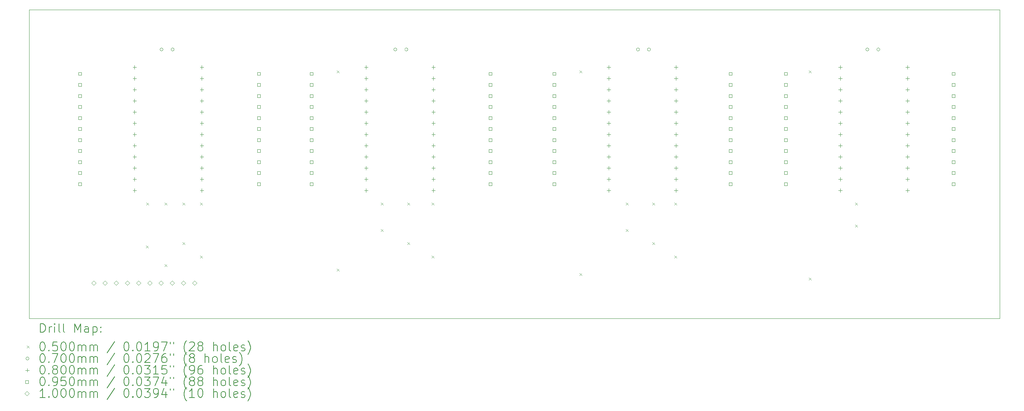
<source format=gbr>
%TF.GenerationSoftware,KiCad,Pcbnew,(6.0.7)*%
%TF.CreationDate,2023-06-05T08:41:15+05:30*%
%TF.ProjectId,autonomous chess playing machine,6175746f-6e6f-46d6-9f75-732063686573,rev?*%
%TF.SameCoordinates,Original*%
%TF.FileFunction,Drillmap*%
%TF.FilePolarity,Positive*%
%FSLAX45Y45*%
G04 Gerber Fmt 4.5, Leading zero omitted, Abs format (unit mm)*
G04 Created by KiCad (PCBNEW (6.0.7)) date 2023-06-05 08:41:15*
%MOMM*%
%LPD*%
G01*
G04 APERTURE LIST*
%ADD10C,0.100000*%
%ADD11C,0.200000*%
%ADD12C,0.050000*%
%ADD13C,0.070000*%
%ADD14C,0.080000*%
%ADD15C,0.095000*%
G04 APERTURE END LIST*
D10*
X2800000Y-3000000D02*
X24800000Y-3000000D01*
X24800000Y-3000000D02*
X24800000Y-10000000D01*
X24800000Y-10000000D02*
X2800000Y-10000000D01*
X2800000Y-10000000D02*
X2800000Y-3000000D01*
D11*
D12*
X5450000Y-8350000D02*
X5500000Y-8400000D01*
X5500000Y-8350000D02*
X5450000Y-8400000D01*
X5455050Y-7375000D02*
X5505050Y-7425000D01*
X5505050Y-7375000D02*
X5455050Y-7425000D01*
X5875000Y-7375000D02*
X5925000Y-7425000D01*
X5925000Y-7375000D02*
X5875000Y-7425000D01*
X5875000Y-8775000D02*
X5925000Y-8825000D01*
X5925000Y-8775000D02*
X5875000Y-8825000D01*
X6275000Y-7375000D02*
X6325000Y-7425000D01*
X6325000Y-7375000D02*
X6275000Y-7425000D01*
X6275000Y-8275000D02*
X6325000Y-8325000D01*
X6325000Y-8275000D02*
X6275000Y-8325000D01*
X6675000Y-7375000D02*
X6725000Y-7425000D01*
X6725000Y-7375000D02*
X6675000Y-7425000D01*
X6675000Y-8575000D02*
X6725000Y-8625000D01*
X6725000Y-8575000D02*
X6675000Y-8625000D01*
X9775000Y-4375000D02*
X9825000Y-4425000D01*
X9825000Y-4375000D02*
X9775000Y-4425000D01*
X9775000Y-8875000D02*
X9825000Y-8925000D01*
X9825000Y-8875000D02*
X9775000Y-8925000D01*
X10775000Y-7375000D02*
X10825000Y-7425000D01*
X10825000Y-7375000D02*
X10775000Y-7425000D01*
X10775000Y-7975000D02*
X10825000Y-8025000D01*
X10825000Y-7975000D02*
X10775000Y-8025000D01*
X11375000Y-7375000D02*
X11425000Y-7425000D01*
X11425000Y-7375000D02*
X11375000Y-7425000D01*
X11375000Y-8275000D02*
X11425000Y-8325000D01*
X11425000Y-8275000D02*
X11375000Y-8325000D01*
X11925000Y-7375000D02*
X11975000Y-7425000D01*
X11975000Y-7375000D02*
X11925000Y-7425000D01*
X11925000Y-8575000D02*
X11975000Y-8625000D01*
X11975000Y-8575000D02*
X11925000Y-8625000D01*
X15275000Y-4375000D02*
X15325000Y-4425000D01*
X15325000Y-4375000D02*
X15275000Y-4425000D01*
X15275000Y-8975000D02*
X15325000Y-9025000D01*
X15325000Y-8975000D02*
X15275000Y-9025000D01*
X16325000Y-7375000D02*
X16375000Y-7425000D01*
X16375000Y-7375000D02*
X16325000Y-7425000D01*
X16325000Y-7975000D02*
X16375000Y-8025000D01*
X16375000Y-7975000D02*
X16325000Y-8025000D01*
X16925000Y-7375000D02*
X16975000Y-7425000D01*
X16975000Y-7375000D02*
X16925000Y-7425000D01*
X16925000Y-8275000D02*
X16975000Y-8325000D01*
X16975000Y-8275000D02*
X16925000Y-8325000D01*
X17425000Y-7375000D02*
X17475000Y-7425000D01*
X17475000Y-7375000D02*
X17425000Y-7425000D01*
X17425000Y-8575000D02*
X17475000Y-8625000D01*
X17475000Y-8575000D02*
X17425000Y-8625000D01*
X20475000Y-4375000D02*
X20525000Y-4425000D01*
X20525000Y-4375000D02*
X20475000Y-4425000D01*
X20475000Y-9075000D02*
X20525000Y-9125000D01*
X20525000Y-9075000D02*
X20475000Y-9125000D01*
X21525000Y-7375000D02*
X21575000Y-7425000D01*
X21575000Y-7375000D02*
X21525000Y-7425000D01*
X21525000Y-7875000D02*
X21575000Y-7925000D01*
X21575000Y-7875000D02*
X21525000Y-7925000D01*
D13*
X5835000Y-3900000D02*
G75*
G03*
X5835000Y-3900000I-35000J0D01*
G01*
X6085000Y-3900000D02*
G75*
G03*
X6085000Y-3900000I-35000J0D01*
G01*
X11135000Y-3900000D02*
G75*
G03*
X11135000Y-3900000I-35000J0D01*
G01*
X11385000Y-3900000D02*
G75*
G03*
X11385000Y-3900000I-35000J0D01*
G01*
X16635000Y-3900000D02*
G75*
G03*
X16635000Y-3900000I-35000J0D01*
G01*
X16885000Y-3900000D02*
G75*
G03*
X16885000Y-3900000I-35000J0D01*
G01*
X21835000Y-3900000D02*
G75*
G03*
X21835000Y-3900000I-35000J0D01*
G01*
X22085000Y-3900000D02*
G75*
G03*
X22085000Y-3900000I-35000J0D01*
G01*
D14*
X5187500Y-4262500D02*
X5187500Y-4342500D01*
X5147500Y-4302500D02*
X5227500Y-4302500D01*
X5187500Y-4516500D02*
X5187500Y-4596500D01*
X5147500Y-4556500D02*
X5227500Y-4556500D01*
X5187500Y-4770500D02*
X5187500Y-4850500D01*
X5147500Y-4810500D02*
X5227500Y-4810500D01*
X5187500Y-5024500D02*
X5187500Y-5104500D01*
X5147500Y-5064500D02*
X5227500Y-5064500D01*
X5187500Y-5278500D02*
X5187500Y-5358500D01*
X5147500Y-5318500D02*
X5227500Y-5318500D01*
X5187500Y-5532500D02*
X5187500Y-5612500D01*
X5147500Y-5572500D02*
X5227500Y-5572500D01*
X5187500Y-5786500D02*
X5187500Y-5866500D01*
X5147500Y-5826500D02*
X5227500Y-5826500D01*
X5187500Y-6040500D02*
X5187500Y-6120500D01*
X5147500Y-6080500D02*
X5227500Y-6080500D01*
X5187500Y-6294500D02*
X5187500Y-6374500D01*
X5147500Y-6334500D02*
X5227500Y-6334500D01*
X5187500Y-6548500D02*
X5187500Y-6628500D01*
X5147500Y-6588500D02*
X5227500Y-6588500D01*
X5187500Y-6802500D02*
X5187500Y-6882500D01*
X5147500Y-6842500D02*
X5227500Y-6842500D01*
X5187500Y-7056500D02*
X5187500Y-7136500D01*
X5147500Y-7096500D02*
X5227500Y-7096500D01*
X6711500Y-4262500D02*
X6711500Y-4342500D01*
X6671500Y-4302500D02*
X6751500Y-4302500D01*
X6711500Y-4516500D02*
X6711500Y-4596500D01*
X6671500Y-4556500D02*
X6751500Y-4556500D01*
X6711500Y-4770500D02*
X6711500Y-4850500D01*
X6671500Y-4810500D02*
X6751500Y-4810500D01*
X6711500Y-5024500D02*
X6711500Y-5104500D01*
X6671500Y-5064500D02*
X6751500Y-5064500D01*
X6711500Y-5278500D02*
X6711500Y-5358500D01*
X6671500Y-5318500D02*
X6751500Y-5318500D01*
X6711500Y-5532500D02*
X6711500Y-5612500D01*
X6671500Y-5572500D02*
X6751500Y-5572500D01*
X6711500Y-5786500D02*
X6711500Y-5866500D01*
X6671500Y-5826500D02*
X6751500Y-5826500D01*
X6711500Y-6040500D02*
X6711500Y-6120500D01*
X6671500Y-6080500D02*
X6751500Y-6080500D01*
X6711500Y-6294500D02*
X6711500Y-6374500D01*
X6671500Y-6334500D02*
X6751500Y-6334500D01*
X6711500Y-6548500D02*
X6711500Y-6628500D01*
X6671500Y-6588500D02*
X6751500Y-6588500D01*
X6711500Y-6802500D02*
X6711500Y-6882500D01*
X6671500Y-6842500D02*
X6751500Y-6842500D01*
X6711500Y-7056500D02*
X6711500Y-7136500D01*
X6671500Y-7096500D02*
X6751500Y-7096500D01*
X10437500Y-4262500D02*
X10437500Y-4342500D01*
X10397500Y-4302500D02*
X10477500Y-4302500D01*
X10437500Y-4516500D02*
X10437500Y-4596500D01*
X10397500Y-4556500D02*
X10477500Y-4556500D01*
X10437500Y-4770500D02*
X10437500Y-4850500D01*
X10397500Y-4810500D02*
X10477500Y-4810500D01*
X10437500Y-5024500D02*
X10437500Y-5104500D01*
X10397500Y-5064500D02*
X10477500Y-5064500D01*
X10437500Y-5278500D02*
X10437500Y-5358500D01*
X10397500Y-5318500D02*
X10477500Y-5318500D01*
X10437500Y-5532500D02*
X10437500Y-5612500D01*
X10397500Y-5572500D02*
X10477500Y-5572500D01*
X10437500Y-5786500D02*
X10437500Y-5866500D01*
X10397500Y-5826500D02*
X10477500Y-5826500D01*
X10437500Y-6040500D02*
X10437500Y-6120500D01*
X10397500Y-6080500D02*
X10477500Y-6080500D01*
X10437500Y-6294500D02*
X10437500Y-6374500D01*
X10397500Y-6334500D02*
X10477500Y-6334500D01*
X10437500Y-6548500D02*
X10437500Y-6628500D01*
X10397500Y-6588500D02*
X10477500Y-6588500D01*
X10437500Y-6802500D02*
X10437500Y-6882500D01*
X10397500Y-6842500D02*
X10477500Y-6842500D01*
X10437500Y-7056500D02*
X10437500Y-7136500D01*
X10397500Y-7096500D02*
X10477500Y-7096500D01*
X11961500Y-4262500D02*
X11961500Y-4342500D01*
X11921500Y-4302500D02*
X12001500Y-4302500D01*
X11961500Y-4516500D02*
X11961500Y-4596500D01*
X11921500Y-4556500D02*
X12001500Y-4556500D01*
X11961500Y-4770500D02*
X11961500Y-4850500D01*
X11921500Y-4810500D02*
X12001500Y-4810500D01*
X11961500Y-5024500D02*
X11961500Y-5104500D01*
X11921500Y-5064500D02*
X12001500Y-5064500D01*
X11961500Y-5278500D02*
X11961500Y-5358500D01*
X11921500Y-5318500D02*
X12001500Y-5318500D01*
X11961500Y-5532500D02*
X11961500Y-5612500D01*
X11921500Y-5572500D02*
X12001500Y-5572500D01*
X11961500Y-5786500D02*
X11961500Y-5866500D01*
X11921500Y-5826500D02*
X12001500Y-5826500D01*
X11961500Y-6040500D02*
X11961500Y-6120500D01*
X11921500Y-6080500D02*
X12001500Y-6080500D01*
X11961500Y-6294500D02*
X11961500Y-6374500D01*
X11921500Y-6334500D02*
X12001500Y-6334500D01*
X11961500Y-6548500D02*
X11961500Y-6628500D01*
X11921500Y-6588500D02*
X12001500Y-6588500D01*
X11961500Y-6802500D02*
X11961500Y-6882500D01*
X11921500Y-6842500D02*
X12001500Y-6842500D01*
X11961500Y-7056500D02*
X11961500Y-7136500D01*
X11921500Y-7096500D02*
X12001500Y-7096500D01*
X15937500Y-4262500D02*
X15937500Y-4342500D01*
X15897500Y-4302500D02*
X15977500Y-4302500D01*
X15937500Y-4516500D02*
X15937500Y-4596500D01*
X15897500Y-4556500D02*
X15977500Y-4556500D01*
X15937500Y-4770500D02*
X15937500Y-4850500D01*
X15897500Y-4810500D02*
X15977500Y-4810500D01*
X15937500Y-5024500D02*
X15937500Y-5104500D01*
X15897500Y-5064500D02*
X15977500Y-5064500D01*
X15937500Y-5278500D02*
X15937500Y-5358500D01*
X15897500Y-5318500D02*
X15977500Y-5318500D01*
X15937500Y-5532500D02*
X15937500Y-5612500D01*
X15897500Y-5572500D02*
X15977500Y-5572500D01*
X15937500Y-5786500D02*
X15937500Y-5866500D01*
X15897500Y-5826500D02*
X15977500Y-5826500D01*
X15937500Y-6040500D02*
X15937500Y-6120500D01*
X15897500Y-6080500D02*
X15977500Y-6080500D01*
X15937500Y-6294500D02*
X15937500Y-6374500D01*
X15897500Y-6334500D02*
X15977500Y-6334500D01*
X15937500Y-6548500D02*
X15937500Y-6628500D01*
X15897500Y-6588500D02*
X15977500Y-6588500D01*
X15937500Y-6802500D02*
X15937500Y-6882500D01*
X15897500Y-6842500D02*
X15977500Y-6842500D01*
X15937500Y-7056500D02*
X15937500Y-7136500D01*
X15897500Y-7096500D02*
X15977500Y-7096500D01*
X17461500Y-4262500D02*
X17461500Y-4342500D01*
X17421500Y-4302500D02*
X17501500Y-4302500D01*
X17461500Y-4516500D02*
X17461500Y-4596500D01*
X17421500Y-4556500D02*
X17501500Y-4556500D01*
X17461500Y-4770500D02*
X17461500Y-4850500D01*
X17421500Y-4810500D02*
X17501500Y-4810500D01*
X17461500Y-5024500D02*
X17461500Y-5104500D01*
X17421500Y-5064500D02*
X17501500Y-5064500D01*
X17461500Y-5278500D02*
X17461500Y-5358500D01*
X17421500Y-5318500D02*
X17501500Y-5318500D01*
X17461500Y-5532500D02*
X17461500Y-5612500D01*
X17421500Y-5572500D02*
X17501500Y-5572500D01*
X17461500Y-5786500D02*
X17461500Y-5866500D01*
X17421500Y-5826500D02*
X17501500Y-5826500D01*
X17461500Y-6040500D02*
X17461500Y-6120500D01*
X17421500Y-6080500D02*
X17501500Y-6080500D01*
X17461500Y-6294500D02*
X17461500Y-6374500D01*
X17421500Y-6334500D02*
X17501500Y-6334500D01*
X17461500Y-6548500D02*
X17461500Y-6628500D01*
X17421500Y-6588500D02*
X17501500Y-6588500D01*
X17461500Y-6802500D02*
X17461500Y-6882500D01*
X17421500Y-6842500D02*
X17501500Y-6842500D01*
X17461500Y-7056500D02*
X17461500Y-7136500D01*
X17421500Y-7096500D02*
X17501500Y-7096500D01*
X21187500Y-4262500D02*
X21187500Y-4342500D01*
X21147500Y-4302500D02*
X21227500Y-4302500D01*
X21187500Y-4516500D02*
X21187500Y-4596500D01*
X21147500Y-4556500D02*
X21227500Y-4556500D01*
X21187500Y-4770500D02*
X21187500Y-4850500D01*
X21147500Y-4810500D02*
X21227500Y-4810500D01*
X21187500Y-5024500D02*
X21187500Y-5104500D01*
X21147500Y-5064500D02*
X21227500Y-5064500D01*
X21187500Y-5278500D02*
X21187500Y-5358500D01*
X21147500Y-5318500D02*
X21227500Y-5318500D01*
X21187500Y-5532500D02*
X21187500Y-5612500D01*
X21147500Y-5572500D02*
X21227500Y-5572500D01*
X21187500Y-5786500D02*
X21187500Y-5866500D01*
X21147500Y-5826500D02*
X21227500Y-5826500D01*
X21187500Y-6040500D02*
X21187500Y-6120500D01*
X21147500Y-6080500D02*
X21227500Y-6080500D01*
X21187500Y-6294500D02*
X21187500Y-6374500D01*
X21147500Y-6334500D02*
X21227500Y-6334500D01*
X21187500Y-6548500D02*
X21187500Y-6628500D01*
X21147500Y-6588500D02*
X21227500Y-6588500D01*
X21187500Y-6802500D02*
X21187500Y-6882500D01*
X21147500Y-6842500D02*
X21227500Y-6842500D01*
X21187500Y-7056500D02*
X21187500Y-7136500D01*
X21147500Y-7096500D02*
X21227500Y-7096500D01*
X22711500Y-4262500D02*
X22711500Y-4342500D01*
X22671500Y-4302500D02*
X22751500Y-4302500D01*
X22711500Y-4516500D02*
X22711500Y-4596500D01*
X22671500Y-4556500D02*
X22751500Y-4556500D01*
X22711500Y-4770500D02*
X22711500Y-4850500D01*
X22671500Y-4810500D02*
X22751500Y-4810500D01*
X22711500Y-5024500D02*
X22711500Y-5104500D01*
X22671500Y-5064500D02*
X22751500Y-5064500D01*
X22711500Y-5278500D02*
X22711500Y-5358500D01*
X22671500Y-5318500D02*
X22751500Y-5318500D01*
X22711500Y-5532500D02*
X22711500Y-5612500D01*
X22671500Y-5572500D02*
X22751500Y-5572500D01*
X22711500Y-5786500D02*
X22711500Y-5866500D01*
X22671500Y-5826500D02*
X22751500Y-5826500D01*
X22711500Y-6040500D02*
X22711500Y-6120500D01*
X22671500Y-6080500D02*
X22751500Y-6080500D01*
X22711500Y-6294500D02*
X22711500Y-6374500D01*
X22671500Y-6334500D02*
X22751500Y-6334500D01*
X22711500Y-6548500D02*
X22711500Y-6628500D01*
X22671500Y-6588500D02*
X22751500Y-6588500D01*
X22711500Y-6802500D02*
X22711500Y-6882500D01*
X22671500Y-6842500D02*
X22751500Y-6842500D01*
X22711500Y-7056500D02*
X22711500Y-7136500D01*
X22671500Y-7096500D02*
X22751500Y-7096500D01*
D15*
X3983588Y-4483588D02*
X3983588Y-4416412D01*
X3916412Y-4416412D01*
X3916412Y-4483588D01*
X3983588Y-4483588D01*
X3983588Y-4733588D02*
X3983588Y-4666412D01*
X3916412Y-4666412D01*
X3916412Y-4733588D01*
X3983588Y-4733588D01*
X3983588Y-4983588D02*
X3983588Y-4916412D01*
X3916412Y-4916412D01*
X3916412Y-4983588D01*
X3983588Y-4983588D01*
X3983588Y-5233588D02*
X3983588Y-5166412D01*
X3916412Y-5166412D01*
X3916412Y-5233588D01*
X3983588Y-5233588D01*
X3983588Y-5483588D02*
X3983588Y-5416412D01*
X3916412Y-5416412D01*
X3916412Y-5483588D01*
X3983588Y-5483588D01*
X3983588Y-5733588D02*
X3983588Y-5666412D01*
X3916412Y-5666412D01*
X3916412Y-5733588D01*
X3983588Y-5733588D01*
X3983588Y-5983588D02*
X3983588Y-5916412D01*
X3916412Y-5916412D01*
X3916412Y-5983588D01*
X3983588Y-5983588D01*
X3983588Y-6233588D02*
X3983588Y-6166412D01*
X3916412Y-6166412D01*
X3916412Y-6233588D01*
X3983588Y-6233588D01*
X3983588Y-6483588D02*
X3983588Y-6416412D01*
X3916412Y-6416412D01*
X3916412Y-6483588D01*
X3983588Y-6483588D01*
X3983588Y-6733588D02*
X3983588Y-6666412D01*
X3916412Y-6666412D01*
X3916412Y-6733588D01*
X3983588Y-6733588D01*
X3983588Y-6983588D02*
X3983588Y-6916412D01*
X3916412Y-6916412D01*
X3916412Y-6983588D01*
X3983588Y-6983588D01*
X8036088Y-4483588D02*
X8036088Y-4416412D01*
X7968912Y-4416412D01*
X7968912Y-4483588D01*
X8036088Y-4483588D01*
X8036088Y-4733588D02*
X8036088Y-4666412D01*
X7968912Y-4666412D01*
X7968912Y-4733588D01*
X8036088Y-4733588D01*
X8036088Y-4983588D02*
X8036088Y-4916412D01*
X7968912Y-4916412D01*
X7968912Y-4983588D01*
X8036088Y-4983588D01*
X8036088Y-5233588D02*
X8036088Y-5166412D01*
X7968912Y-5166412D01*
X7968912Y-5233588D01*
X8036088Y-5233588D01*
X8036088Y-5483588D02*
X8036088Y-5416412D01*
X7968912Y-5416412D01*
X7968912Y-5483588D01*
X8036088Y-5483588D01*
X8036088Y-5733588D02*
X8036088Y-5666412D01*
X7968912Y-5666412D01*
X7968912Y-5733588D01*
X8036088Y-5733588D01*
X8036088Y-5983588D02*
X8036088Y-5916412D01*
X7968912Y-5916412D01*
X7968912Y-5983588D01*
X8036088Y-5983588D01*
X8036088Y-6233588D02*
X8036088Y-6166412D01*
X7968912Y-6166412D01*
X7968912Y-6233588D01*
X8036088Y-6233588D01*
X8036088Y-6483588D02*
X8036088Y-6416412D01*
X7968912Y-6416412D01*
X7968912Y-6483588D01*
X8036088Y-6483588D01*
X8036088Y-6733588D02*
X8036088Y-6666412D01*
X7968912Y-6666412D01*
X7968912Y-6733588D01*
X8036088Y-6733588D01*
X8036088Y-6983588D02*
X8036088Y-6916412D01*
X7968912Y-6916412D01*
X7968912Y-6983588D01*
X8036088Y-6983588D01*
X9233588Y-4483588D02*
X9233588Y-4416412D01*
X9166412Y-4416412D01*
X9166412Y-4483588D01*
X9233588Y-4483588D01*
X9233588Y-4733588D02*
X9233588Y-4666412D01*
X9166412Y-4666412D01*
X9166412Y-4733588D01*
X9233588Y-4733588D01*
X9233588Y-4983588D02*
X9233588Y-4916412D01*
X9166412Y-4916412D01*
X9166412Y-4983588D01*
X9233588Y-4983588D01*
X9233588Y-5233588D02*
X9233588Y-5166412D01*
X9166412Y-5166412D01*
X9166412Y-5233588D01*
X9233588Y-5233588D01*
X9233588Y-5483588D02*
X9233588Y-5416412D01*
X9166412Y-5416412D01*
X9166412Y-5483588D01*
X9233588Y-5483588D01*
X9233588Y-5733588D02*
X9233588Y-5666412D01*
X9166412Y-5666412D01*
X9166412Y-5733588D01*
X9233588Y-5733588D01*
X9233588Y-5983588D02*
X9233588Y-5916412D01*
X9166412Y-5916412D01*
X9166412Y-5983588D01*
X9233588Y-5983588D01*
X9233588Y-6233588D02*
X9233588Y-6166412D01*
X9166412Y-6166412D01*
X9166412Y-6233588D01*
X9233588Y-6233588D01*
X9233588Y-6483588D02*
X9233588Y-6416412D01*
X9166412Y-6416412D01*
X9166412Y-6483588D01*
X9233588Y-6483588D01*
X9233588Y-6733588D02*
X9233588Y-6666412D01*
X9166412Y-6666412D01*
X9166412Y-6733588D01*
X9233588Y-6733588D01*
X9233588Y-6983588D02*
X9233588Y-6916412D01*
X9166412Y-6916412D01*
X9166412Y-6983588D01*
X9233588Y-6983588D01*
X13286088Y-4483588D02*
X13286088Y-4416412D01*
X13218912Y-4416412D01*
X13218912Y-4483588D01*
X13286088Y-4483588D01*
X13286088Y-4733588D02*
X13286088Y-4666412D01*
X13218912Y-4666412D01*
X13218912Y-4733588D01*
X13286088Y-4733588D01*
X13286088Y-4983588D02*
X13286088Y-4916412D01*
X13218912Y-4916412D01*
X13218912Y-4983588D01*
X13286088Y-4983588D01*
X13286088Y-5233588D02*
X13286088Y-5166412D01*
X13218912Y-5166412D01*
X13218912Y-5233588D01*
X13286088Y-5233588D01*
X13286088Y-5483588D02*
X13286088Y-5416412D01*
X13218912Y-5416412D01*
X13218912Y-5483588D01*
X13286088Y-5483588D01*
X13286088Y-5733588D02*
X13286088Y-5666412D01*
X13218912Y-5666412D01*
X13218912Y-5733588D01*
X13286088Y-5733588D01*
X13286088Y-5983588D02*
X13286088Y-5916412D01*
X13218912Y-5916412D01*
X13218912Y-5983588D01*
X13286088Y-5983588D01*
X13286088Y-6233588D02*
X13286088Y-6166412D01*
X13218912Y-6166412D01*
X13218912Y-6233588D01*
X13286088Y-6233588D01*
X13286088Y-6483588D02*
X13286088Y-6416412D01*
X13218912Y-6416412D01*
X13218912Y-6483588D01*
X13286088Y-6483588D01*
X13286088Y-6733588D02*
X13286088Y-6666412D01*
X13218912Y-6666412D01*
X13218912Y-6733588D01*
X13286088Y-6733588D01*
X13286088Y-6983588D02*
X13286088Y-6916412D01*
X13218912Y-6916412D01*
X13218912Y-6983588D01*
X13286088Y-6983588D01*
X14733588Y-4483588D02*
X14733588Y-4416412D01*
X14666412Y-4416412D01*
X14666412Y-4483588D01*
X14733588Y-4483588D01*
X14733588Y-4733588D02*
X14733588Y-4666412D01*
X14666412Y-4666412D01*
X14666412Y-4733588D01*
X14733588Y-4733588D01*
X14733588Y-4983588D02*
X14733588Y-4916412D01*
X14666412Y-4916412D01*
X14666412Y-4983588D01*
X14733588Y-4983588D01*
X14733588Y-5233588D02*
X14733588Y-5166412D01*
X14666412Y-5166412D01*
X14666412Y-5233588D01*
X14733588Y-5233588D01*
X14733588Y-5483588D02*
X14733588Y-5416412D01*
X14666412Y-5416412D01*
X14666412Y-5483588D01*
X14733588Y-5483588D01*
X14733588Y-5733588D02*
X14733588Y-5666412D01*
X14666412Y-5666412D01*
X14666412Y-5733588D01*
X14733588Y-5733588D01*
X14733588Y-5983588D02*
X14733588Y-5916412D01*
X14666412Y-5916412D01*
X14666412Y-5983588D01*
X14733588Y-5983588D01*
X14733588Y-6233588D02*
X14733588Y-6166412D01*
X14666412Y-6166412D01*
X14666412Y-6233588D01*
X14733588Y-6233588D01*
X14733588Y-6483588D02*
X14733588Y-6416412D01*
X14666412Y-6416412D01*
X14666412Y-6483588D01*
X14733588Y-6483588D01*
X14733588Y-6733588D02*
X14733588Y-6666412D01*
X14666412Y-6666412D01*
X14666412Y-6733588D01*
X14733588Y-6733588D01*
X14733588Y-6983588D02*
X14733588Y-6916412D01*
X14666412Y-6916412D01*
X14666412Y-6983588D01*
X14733588Y-6983588D01*
X18733588Y-4483588D02*
X18733588Y-4416412D01*
X18666412Y-4416412D01*
X18666412Y-4483588D01*
X18733588Y-4483588D01*
X18733588Y-4733588D02*
X18733588Y-4666412D01*
X18666412Y-4666412D01*
X18666412Y-4733588D01*
X18733588Y-4733588D01*
X18733588Y-4983588D02*
X18733588Y-4916412D01*
X18666412Y-4916412D01*
X18666412Y-4983588D01*
X18733588Y-4983588D01*
X18733588Y-5233588D02*
X18733588Y-5166412D01*
X18666412Y-5166412D01*
X18666412Y-5233588D01*
X18733588Y-5233588D01*
X18733588Y-5483588D02*
X18733588Y-5416412D01*
X18666412Y-5416412D01*
X18666412Y-5483588D01*
X18733588Y-5483588D01*
X18733588Y-5733588D02*
X18733588Y-5666412D01*
X18666412Y-5666412D01*
X18666412Y-5733588D01*
X18733588Y-5733588D01*
X18733588Y-5983588D02*
X18733588Y-5916412D01*
X18666412Y-5916412D01*
X18666412Y-5983588D01*
X18733588Y-5983588D01*
X18733588Y-6233588D02*
X18733588Y-6166412D01*
X18666412Y-6166412D01*
X18666412Y-6233588D01*
X18733588Y-6233588D01*
X18733588Y-6483588D02*
X18733588Y-6416412D01*
X18666412Y-6416412D01*
X18666412Y-6483588D01*
X18733588Y-6483588D01*
X18733588Y-6733588D02*
X18733588Y-6666412D01*
X18666412Y-6666412D01*
X18666412Y-6733588D01*
X18733588Y-6733588D01*
X18733588Y-6983588D02*
X18733588Y-6916412D01*
X18666412Y-6916412D01*
X18666412Y-6983588D01*
X18733588Y-6983588D01*
X19983588Y-4483588D02*
X19983588Y-4416412D01*
X19916412Y-4416412D01*
X19916412Y-4483588D01*
X19983588Y-4483588D01*
X19983588Y-4733588D02*
X19983588Y-4666412D01*
X19916412Y-4666412D01*
X19916412Y-4733588D01*
X19983588Y-4733588D01*
X19983588Y-4983588D02*
X19983588Y-4916412D01*
X19916412Y-4916412D01*
X19916412Y-4983588D01*
X19983588Y-4983588D01*
X19983588Y-5233588D02*
X19983588Y-5166412D01*
X19916412Y-5166412D01*
X19916412Y-5233588D01*
X19983588Y-5233588D01*
X19983588Y-5483588D02*
X19983588Y-5416412D01*
X19916412Y-5416412D01*
X19916412Y-5483588D01*
X19983588Y-5483588D01*
X19983588Y-5733588D02*
X19983588Y-5666412D01*
X19916412Y-5666412D01*
X19916412Y-5733588D01*
X19983588Y-5733588D01*
X19983588Y-5983588D02*
X19983588Y-5916412D01*
X19916412Y-5916412D01*
X19916412Y-5983588D01*
X19983588Y-5983588D01*
X19983588Y-6233588D02*
X19983588Y-6166412D01*
X19916412Y-6166412D01*
X19916412Y-6233588D01*
X19983588Y-6233588D01*
X19983588Y-6483588D02*
X19983588Y-6416412D01*
X19916412Y-6416412D01*
X19916412Y-6483588D01*
X19983588Y-6483588D01*
X19983588Y-6733588D02*
X19983588Y-6666412D01*
X19916412Y-6666412D01*
X19916412Y-6733588D01*
X19983588Y-6733588D01*
X19983588Y-6983588D02*
X19983588Y-6916412D01*
X19916412Y-6916412D01*
X19916412Y-6983588D01*
X19983588Y-6983588D01*
X23786088Y-4483588D02*
X23786088Y-4416412D01*
X23718912Y-4416412D01*
X23718912Y-4483588D01*
X23786088Y-4483588D01*
X23786088Y-4733588D02*
X23786088Y-4666412D01*
X23718912Y-4666412D01*
X23718912Y-4733588D01*
X23786088Y-4733588D01*
X23786088Y-4983588D02*
X23786088Y-4916412D01*
X23718912Y-4916412D01*
X23718912Y-4983588D01*
X23786088Y-4983588D01*
X23786088Y-5233588D02*
X23786088Y-5166412D01*
X23718912Y-5166412D01*
X23718912Y-5233588D01*
X23786088Y-5233588D01*
X23786088Y-5483588D02*
X23786088Y-5416412D01*
X23718912Y-5416412D01*
X23718912Y-5483588D01*
X23786088Y-5483588D01*
X23786088Y-5733588D02*
X23786088Y-5666412D01*
X23718912Y-5666412D01*
X23718912Y-5733588D01*
X23786088Y-5733588D01*
X23786088Y-5983588D02*
X23786088Y-5916412D01*
X23718912Y-5916412D01*
X23718912Y-5983588D01*
X23786088Y-5983588D01*
X23786088Y-6233588D02*
X23786088Y-6166412D01*
X23718912Y-6166412D01*
X23718912Y-6233588D01*
X23786088Y-6233588D01*
X23786088Y-6483588D02*
X23786088Y-6416412D01*
X23718912Y-6416412D01*
X23718912Y-6483588D01*
X23786088Y-6483588D01*
X23786088Y-6733588D02*
X23786088Y-6666412D01*
X23718912Y-6666412D01*
X23718912Y-6733588D01*
X23786088Y-6733588D01*
X23786088Y-6983588D02*
X23786088Y-6916412D01*
X23718912Y-6916412D01*
X23718912Y-6983588D01*
X23786088Y-6983588D01*
D10*
X4260000Y-9247500D02*
X4310000Y-9197500D01*
X4260000Y-9147500D01*
X4210000Y-9197500D01*
X4260000Y-9247500D01*
X4514000Y-9247500D02*
X4564000Y-9197500D01*
X4514000Y-9147500D01*
X4464000Y-9197500D01*
X4514000Y-9247500D01*
X4768000Y-9247500D02*
X4818000Y-9197500D01*
X4768000Y-9147500D01*
X4718000Y-9197500D01*
X4768000Y-9247500D01*
X5022000Y-9247500D02*
X5072000Y-9197500D01*
X5022000Y-9147500D01*
X4972000Y-9197500D01*
X5022000Y-9247500D01*
X5276000Y-9247500D02*
X5326000Y-9197500D01*
X5276000Y-9147500D01*
X5226000Y-9197500D01*
X5276000Y-9247500D01*
X5530000Y-9247500D02*
X5580000Y-9197500D01*
X5530000Y-9147500D01*
X5480000Y-9197500D01*
X5530000Y-9247500D01*
X5784000Y-9247500D02*
X5834000Y-9197500D01*
X5784000Y-9147500D01*
X5734000Y-9197500D01*
X5784000Y-9247500D01*
X6038000Y-9247500D02*
X6088000Y-9197500D01*
X6038000Y-9147500D01*
X5988000Y-9197500D01*
X6038000Y-9247500D01*
X6292000Y-9247500D02*
X6342000Y-9197500D01*
X6292000Y-9147500D01*
X6242000Y-9197500D01*
X6292000Y-9247500D01*
X6546000Y-9247500D02*
X6596000Y-9197500D01*
X6546000Y-9147500D01*
X6496000Y-9197500D01*
X6546000Y-9247500D01*
D11*
X3052619Y-10315476D02*
X3052619Y-10115476D01*
X3100238Y-10115476D01*
X3128809Y-10125000D01*
X3147857Y-10144048D01*
X3157381Y-10163095D01*
X3166905Y-10201190D01*
X3166905Y-10229762D01*
X3157381Y-10267857D01*
X3147857Y-10286905D01*
X3128809Y-10305952D01*
X3100238Y-10315476D01*
X3052619Y-10315476D01*
X3252619Y-10315476D02*
X3252619Y-10182143D01*
X3252619Y-10220238D02*
X3262143Y-10201190D01*
X3271667Y-10191667D01*
X3290714Y-10182143D01*
X3309762Y-10182143D01*
X3376428Y-10315476D02*
X3376428Y-10182143D01*
X3376428Y-10115476D02*
X3366905Y-10125000D01*
X3376428Y-10134524D01*
X3385952Y-10125000D01*
X3376428Y-10115476D01*
X3376428Y-10134524D01*
X3500238Y-10315476D02*
X3481190Y-10305952D01*
X3471667Y-10286905D01*
X3471667Y-10115476D01*
X3605000Y-10315476D02*
X3585952Y-10305952D01*
X3576428Y-10286905D01*
X3576428Y-10115476D01*
X3833571Y-10315476D02*
X3833571Y-10115476D01*
X3900238Y-10258333D01*
X3966905Y-10115476D01*
X3966905Y-10315476D01*
X4147857Y-10315476D02*
X4147857Y-10210714D01*
X4138333Y-10191667D01*
X4119286Y-10182143D01*
X4081190Y-10182143D01*
X4062143Y-10191667D01*
X4147857Y-10305952D02*
X4128809Y-10315476D01*
X4081190Y-10315476D01*
X4062143Y-10305952D01*
X4052619Y-10286905D01*
X4052619Y-10267857D01*
X4062143Y-10248810D01*
X4081190Y-10239286D01*
X4128809Y-10239286D01*
X4147857Y-10229762D01*
X4243095Y-10182143D02*
X4243095Y-10382143D01*
X4243095Y-10191667D02*
X4262143Y-10182143D01*
X4300238Y-10182143D01*
X4319286Y-10191667D01*
X4328810Y-10201190D01*
X4338333Y-10220238D01*
X4338333Y-10277381D01*
X4328810Y-10296429D01*
X4319286Y-10305952D01*
X4300238Y-10315476D01*
X4262143Y-10315476D01*
X4243095Y-10305952D01*
X4424048Y-10296429D02*
X4433571Y-10305952D01*
X4424048Y-10315476D01*
X4414524Y-10305952D01*
X4424048Y-10296429D01*
X4424048Y-10315476D01*
X4424048Y-10191667D02*
X4433571Y-10201190D01*
X4424048Y-10210714D01*
X4414524Y-10201190D01*
X4424048Y-10191667D01*
X4424048Y-10210714D01*
D12*
X2745000Y-10620000D02*
X2795000Y-10670000D01*
X2795000Y-10620000D02*
X2745000Y-10670000D01*
D11*
X3090714Y-10535476D02*
X3109762Y-10535476D01*
X3128809Y-10545000D01*
X3138333Y-10554524D01*
X3147857Y-10573571D01*
X3157381Y-10611667D01*
X3157381Y-10659286D01*
X3147857Y-10697381D01*
X3138333Y-10716429D01*
X3128809Y-10725952D01*
X3109762Y-10735476D01*
X3090714Y-10735476D01*
X3071667Y-10725952D01*
X3062143Y-10716429D01*
X3052619Y-10697381D01*
X3043095Y-10659286D01*
X3043095Y-10611667D01*
X3052619Y-10573571D01*
X3062143Y-10554524D01*
X3071667Y-10545000D01*
X3090714Y-10535476D01*
X3243095Y-10716429D02*
X3252619Y-10725952D01*
X3243095Y-10735476D01*
X3233571Y-10725952D01*
X3243095Y-10716429D01*
X3243095Y-10735476D01*
X3433571Y-10535476D02*
X3338333Y-10535476D01*
X3328809Y-10630714D01*
X3338333Y-10621190D01*
X3357381Y-10611667D01*
X3405000Y-10611667D01*
X3424048Y-10621190D01*
X3433571Y-10630714D01*
X3443095Y-10649762D01*
X3443095Y-10697381D01*
X3433571Y-10716429D01*
X3424048Y-10725952D01*
X3405000Y-10735476D01*
X3357381Y-10735476D01*
X3338333Y-10725952D01*
X3328809Y-10716429D01*
X3566905Y-10535476D02*
X3585952Y-10535476D01*
X3605000Y-10545000D01*
X3614524Y-10554524D01*
X3624048Y-10573571D01*
X3633571Y-10611667D01*
X3633571Y-10659286D01*
X3624048Y-10697381D01*
X3614524Y-10716429D01*
X3605000Y-10725952D01*
X3585952Y-10735476D01*
X3566905Y-10735476D01*
X3547857Y-10725952D01*
X3538333Y-10716429D01*
X3528809Y-10697381D01*
X3519286Y-10659286D01*
X3519286Y-10611667D01*
X3528809Y-10573571D01*
X3538333Y-10554524D01*
X3547857Y-10545000D01*
X3566905Y-10535476D01*
X3757381Y-10535476D02*
X3776428Y-10535476D01*
X3795476Y-10545000D01*
X3805000Y-10554524D01*
X3814524Y-10573571D01*
X3824048Y-10611667D01*
X3824048Y-10659286D01*
X3814524Y-10697381D01*
X3805000Y-10716429D01*
X3795476Y-10725952D01*
X3776428Y-10735476D01*
X3757381Y-10735476D01*
X3738333Y-10725952D01*
X3728809Y-10716429D01*
X3719286Y-10697381D01*
X3709762Y-10659286D01*
X3709762Y-10611667D01*
X3719286Y-10573571D01*
X3728809Y-10554524D01*
X3738333Y-10545000D01*
X3757381Y-10535476D01*
X3909762Y-10735476D02*
X3909762Y-10602143D01*
X3909762Y-10621190D02*
X3919286Y-10611667D01*
X3938333Y-10602143D01*
X3966905Y-10602143D01*
X3985952Y-10611667D01*
X3995476Y-10630714D01*
X3995476Y-10735476D01*
X3995476Y-10630714D02*
X4005000Y-10611667D01*
X4024048Y-10602143D01*
X4052619Y-10602143D01*
X4071667Y-10611667D01*
X4081190Y-10630714D01*
X4081190Y-10735476D01*
X4176428Y-10735476D02*
X4176428Y-10602143D01*
X4176428Y-10621190D02*
X4185952Y-10611667D01*
X4205000Y-10602143D01*
X4233571Y-10602143D01*
X4252619Y-10611667D01*
X4262143Y-10630714D01*
X4262143Y-10735476D01*
X4262143Y-10630714D02*
X4271667Y-10611667D01*
X4290714Y-10602143D01*
X4319286Y-10602143D01*
X4338333Y-10611667D01*
X4347857Y-10630714D01*
X4347857Y-10735476D01*
X4738333Y-10525952D02*
X4566905Y-10783095D01*
X4995476Y-10535476D02*
X5014524Y-10535476D01*
X5033571Y-10545000D01*
X5043095Y-10554524D01*
X5052619Y-10573571D01*
X5062143Y-10611667D01*
X5062143Y-10659286D01*
X5052619Y-10697381D01*
X5043095Y-10716429D01*
X5033571Y-10725952D01*
X5014524Y-10735476D01*
X4995476Y-10735476D01*
X4976429Y-10725952D01*
X4966905Y-10716429D01*
X4957381Y-10697381D01*
X4947857Y-10659286D01*
X4947857Y-10611667D01*
X4957381Y-10573571D01*
X4966905Y-10554524D01*
X4976429Y-10545000D01*
X4995476Y-10535476D01*
X5147857Y-10716429D02*
X5157381Y-10725952D01*
X5147857Y-10735476D01*
X5138333Y-10725952D01*
X5147857Y-10716429D01*
X5147857Y-10735476D01*
X5281190Y-10535476D02*
X5300238Y-10535476D01*
X5319286Y-10545000D01*
X5328810Y-10554524D01*
X5338333Y-10573571D01*
X5347857Y-10611667D01*
X5347857Y-10659286D01*
X5338333Y-10697381D01*
X5328810Y-10716429D01*
X5319286Y-10725952D01*
X5300238Y-10735476D01*
X5281190Y-10735476D01*
X5262143Y-10725952D01*
X5252619Y-10716429D01*
X5243095Y-10697381D01*
X5233571Y-10659286D01*
X5233571Y-10611667D01*
X5243095Y-10573571D01*
X5252619Y-10554524D01*
X5262143Y-10545000D01*
X5281190Y-10535476D01*
X5538333Y-10735476D02*
X5424048Y-10735476D01*
X5481190Y-10735476D02*
X5481190Y-10535476D01*
X5462143Y-10564048D01*
X5443095Y-10583095D01*
X5424048Y-10592619D01*
X5633571Y-10735476D02*
X5671667Y-10735476D01*
X5690714Y-10725952D01*
X5700238Y-10716429D01*
X5719286Y-10687857D01*
X5728809Y-10649762D01*
X5728809Y-10573571D01*
X5719286Y-10554524D01*
X5709762Y-10545000D01*
X5690714Y-10535476D01*
X5652619Y-10535476D01*
X5633571Y-10545000D01*
X5624048Y-10554524D01*
X5614524Y-10573571D01*
X5614524Y-10621190D01*
X5624048Y-10640238D01*
X5633571Y-10649762D01*
X5652619Y-10659286D01*
X5690714Y-10659286D01*
X5709762Y-10649762D01*
X5719286Y-10640238D01*
X5728809Y-10621190D01*
X5795476Y-10535476D02*
X5928809Y-10535476D01*
X5843095Y-10735476D01*
X5995476Y-10535476D02*
X5995476Y-10573571D01*
X6071667Y-10535476D02*
X6071667Y-10573571D01*
X6366905Y-10811667D02*
X6357381Y-10802143D01*
X6338333Y-10773571D01*
X6328809Y-10754524D01*
X6319286Y-10725952D01*
X6309762Y-10678333D01*
X6309762Y-10640238D01*
X6319286Y-10592619D01*
X6328809Y-10564048D01*
X6338333Y-10545000D01*
X6357381Y-10516429D01*
X6366905Y-10506905D01*
X6433571Y-10554524D02*
X6443095Y-10545000D01*
X6462143Y-10535476D01*
X6509762Y-10535476D01*
X6528809Y-10545000D01*
X6538333Y-10554524D01*
X6547857Y-10573571D01*
X6547857Y-10592619D01*
X6538333Y-10621190D01*
X6424048Y-10735476D01*
X6547857Y-10735476D01*
X6662143Y-10621190D02*
X6643095Y-10611667D01*
X6633571Y-10602143D01*
X6624048Y-10583095D01*
X6624048Y-10573571D01*
X6633571Y-10554524D01*
X6643095Y-10545000D01*
X6662143Y-10535476D01*
X6700238Y-10535476D01*
X6719286Y-10545000D01*
X6728809Y-10554524D01*
X6738333Y-10573571D01*
X6738333Y-10583095D01*
X6728809Y-10602143D01*
X6719286Y-10611667D01*
X6700238Y-10621190D01*
X6662143Y-10621190D01*
X6643095Y-10630714D01*
X6633571Y-10640238D01*
X6624048Y-10659286D01*
X6624048Y-10697381D01*
X6633571Y-10716429D01*
X6643095Y-10725952D01*
X6662143Y-10735476D01*
X6700238Y-10735476D01*
X6719286Y-10725952D01*
X6728809Y-10716429D01*
X6738333Y-10697381D01*
X6738333Y-10659286D01*
X6728809Y-10640238D01*
X6719286Y-10630714D01*
X6700238Y-10621190D01*
X6976428Y-10735476D02*
X6976428Y-10535476D01*
X7062143Y-10735476D02*
X7062143Y-10630714D01*
X7052619Y-10611667D01*
X7033571Y-10602143D01*
X7005000Y-10602143D01*
X6985952Y-10611667D01*
X6976428Y-10621190D01*
X7185952Y-10735476D02*
X7166905Y-10725952D01*
X7157381Y-10716429D01*
X7147857Y-10697381D01*
X7147857Y-10640238D01*
X7157381Y-10621190D01*
X7166905Y-10611667D01*
X7185952Y-10602143D01*
X7214524Y-10602143D01*
X7233571Y-10611667D01*
X7243095Y-10621190D01*
X7252619Y-10640238D01*
X7252619Y-10697381D01*
X7243095Y-10716429D01*
X7233571Y-10725952D01*
X7214524Y-10735476D01*
X7185952Y-10735476D01*
X7366905Y-10735476D02*
X7347857Y-10725952D01*
X7338333Y-10706905D01*
X7338333Y-10535476D01*
X7519286Y-10725952D02*
X7500238Y-10735476D01*
X7462143Y-10735476D01*
X7443095Y-10725952D01*
X7433571Y-10706905D01*
X7433571Y-10630714D01*
X7443095Y-10611667D01*
X7462143Y-10602143D01*
X7500238Y-10602143D01*
X7519286Y-10611667D01*
X7528809Y-10630714D01*
X7528809Y-10649762D01*
X7433571Y-10668810D01*
X7605000Y-10725952D02*
X7624048Y-10735476D01*
X7662143Y-10735476D01*
X7681190Y-10725952D01*
X7690714Y-10706905D01*
X7690714Y-10697381D01*
X7681190Y-10678333D01*
X7662143Y-10668810D01*
X7633571Y-10668810D01*
X7614524Y-10659286D01*
X7605000Y-10640238D01*
X7605000Y-10630714D01*
X7614524Y-10611667D01*
X7633571Y-10602143D01*
X7662143Y-10602143D01*
X7681190Y-10611667D01*
X7757381Y-10811667D02*
X7766905Y-10802143D01*
X7785952Y-10773571D01*
X7795476Y-10754524D01*
X7805000Y-10725952D01*
X7814524Y-10678333D01*
X7814524Y-10640238D01*
X7805000Y-10592619D01*
X7795476Y-10564048D01*
X7785952Y-10545000D01*
X7766905Y-10516429D01*
X7757381Y-10506905D01*
D13*
X2795000Y-10909000D02*
G75*
G03*
X2795000Y-10909000I-35000J0D01*
G01*
D11*
X3090714Y-10799476D02*
X3109762Y-10799476D01*
X3128809Y-10809000D01*
X3138333Y-10818524D01*
X3147857Y-10837571D01*
X3157381Y-10875667D01*
X3157381Y-10923286D01*
X3147857Y-10961381D01*
X3138333Y-10980429D01*
X3128809Y-10989952D01*
X3109762Y-10999476D01*
X3090714Y-10999476D01*
X3071667Y-10989952D01*
X3062143Y-10980429D01*
X3052619Y-10961381D01*
X3043095Y-10923286D01*
X3043095Y-10875667D01*
X3052619Y-10837571D01*
X3062143Y-10818524D01*
X3071667Y-10809000D01*
X3090714Y-10799476D01*
X3243095Y-10980429D02*
X3252619Y-10989952D01*
X3243095Y-10999476D01*
X3233571Y-10989952D01*
X3243095Y-10980429D01*
X3243095Y-10999476D01*
X3319286Y-10799476D02*
X3452619Y-10799476D01*
X3366905Y-10999476D01*
X3566905Y-10799476D02*
X3585952Y-10799476D01*
X3605000Y-10809000D01*
X3614524Y-10818524D01*
X3624048Y-10837571D01*
X3633571Y-10875667D01*
X3633571Y-10923286D01*
X3624048Y-10961381D01*
X3614524Y-10980429D01*
X3605000Y-10989952D01*
X3585952Y-10999476D01*
X3566905Y-10999476D01*
X3547857Y-10989952D01*
X3538333Y-10980429D01*
X3528809Y-10961381D01*
X3519286Y-10923286D01*
X3519286Y-10875667D01*
X3528809Y-10837571D01*
X3538333Y-10818524D01*
X3547857Y-10809000D01*
X3566905Y-10799476D01*
X3757381Y-10799476D02*
X3776428Y-10799476D01*
X3795476Y-10809000D01*
X3805000Y-10818524D01*
X3814524Y-10837571D01*
X3824048Y-10875667D01*
X3824048Y-10923286D01*
X3814524Y-10961381D01*
X3805000Y-10980429D01*
X3795476Y-10989952D01*
X3776428Y-10999476D01*
X3757381Y-10999476D01*
X3738333Y-10989952D01*
X3728809Y-10980429D01*
X3719286Y-10961381D01*
X3709762Y-10923286D01*
X3709762Y-10875667D01*
X3719286Y-10837571D01*
X3728809Y-10818524D01*
X3738333Y-10809000D01*
X3757381Y-10799476D01*
X3909762Y-10999476D02*
X3909762Y-10866143D01*
X3909762Y-10885190D02*
X3919286Y-10875667D01*
X3938333Y-10866143D01*
X3966905Y-10866143D01*
X3985952Y-10875667D01*
X3995476Y-10894714D01*
X3995476Y-10999476D01*
X3995476Y-10894714D02*
X4005000Y-10875667D01*
X4024048Y-10866143D01*
X4052619Y-10866143D01*
X4071667Y-10875667D01*
X4081190Y-10894714D01*
X4081190Y-10999476D01*
X4176428Y-10999476D02*
X4176428Y-10866143D01*
X4176428Y-10885190D02*
X4185952Y-10875667D01*
X4205000Y-10866143D01*
X4233571Y-10866143D01*
X4252619Y-10875667D01*
X4262143Y-10894714D01*
X4262143Y-10999476D01*
X4262143Y-10894714D02*
X4271667Y-10875667D01*
X4290714Y-10866143D01*
X4319286Y-10866143D01*
X4338333Y-10875667D01*
X4347857Y-10894714D01*
X4347857Y-10999476D01*
X4738333Y-10789952D02*
X4566905Y-11047095D01*
X4995476Y-10799476D02*
X5014524Y-10799476D01*
X5033571Y-10809000D01*
X5043095Y-10818524D01*
X5052619Y-10837571D01*
X5062143Y-10875667D01*
X5062143Y-10923286D01*
X5052619Y-10961381D01*
X5043095Y-10980429D01*
X5033571Y-10989952D01*
X5014524Y-10999476D01*
X4995476Y-10999476D01*
X4976429Y-10989952D01*
X4966905Y-10980429D01*
X4957381Y-10961381D01*
X4947857Y-10923286D01*
X4947857Y-10875667D01*
X4957381Y-10837571D01*
X4966905Y-10818524D01*
X4976429Y-10809000D01*
X4995476Y-10799476D01*
X5147857Y-10980429D02*
X5157381Y-10989952D01*
X5147857Y-10999476D01*
X5138333Y-10989952D01*
X5147857Y-10980429D01*
X5147857Y-10999476D01*
X5281190Y-10799476D02*
X5300238Y-10799476D01*
X5319286Y-10809000D01*
X5328810Y-10818524D01*
X5338333Y-10837571D01*
X5347857Y-10875667D01*
X5347857Y-10923286D01*
X5338333Y-10961381D01*
X5328810Y-10980429D01*
X5319286Y-10989952D01*
X5300238Y-10999476D01*
X5281190Y-10999476D01*
X5262143Y-10989952D01*
X5252619Y-10980429D01*
X5243095Y-10961381D01*
X5233571Y-10923286D01*
X5233571Y-10875667D01*
X5243095Y-10837571D01*
X5252619Y-10818524D01*
X5262143Y-10809000D01*
X5281190Y-10799476D01*
X5424048Y-10818524D02*
X5433571Y-10809000D01*
X5452619Y-10799476D01*
X5500238Y-10799476D01*
X5519286Y-10809000D01*
X5528810Y-10818524D01*
X5538333Y-10837571D01*
X5538333Y-10856619D01*
X5528810Y-10885190D01*
X5414524Y-10999476D01*
X5538333Y-10999476D01*
X5605000Y-10799476D02*
X5738333Y-10799476D01*
X5652619Y-10999476D01*
X5900238Y-10799476D02*
X5862143Y-10799476D01*
X5843095Y-10809000D01*
X5833571Y-10818524D01*
X5814524Y-10847095D01*
X5805000Y-10885190D01*
X5805000Y-10961381D01*
X5814524Y-10980429D01*
X5824048Y-10989952D01*
X5843095Y-10999476D01*
X5881190Y-10999476D01*
X5900238Y-10989952D01*
X5909762Y-10980429D01*
X5919286Y-10961381D01*
X5919286Y-10913762D01*
X5909762Y-10894714D01*
X5900238Y-10885190D01*
X5881190Y-10875667D01*
X5843095Y-10875667D01*
X5824048Y-10885190D01*
X5814524Y-10894714D01*
X5805000Y-10913762D01*
X5995476Y-10799476D02*
X5995476Y-10837571D01*
X6071667Y-10799476D02*
X6071667Y-10837571D01*
X6366905Y-11075667D02*
X6357381Y-11066143D01*
X6338333Y-11037571D01*
X6328809Y-11018524D01*
X6319286Y-10989952D01*
X6309762Y-10942333D01*
X6309762Y-10904238D01*
X6319286Y-10856619D01*
X6328809Y-10828048D01*
X6338333Y-10809000D01*
X6357381Y-10780429D01*
X6366905Y-10770905D01*
X6471667Y-10885190D02*
X6452619Y-10875667D01*
X6443095Y-10866143D01*
X6433571Y-10847095D01*
X6433571Y-10837571D01*
X6443095Y-10818524D01*
X6452619Y-10809000D01*
X6471667Y-10799476D01*
X6509762Y-10799476D01*
X6528809Y-10809000D01*
X6538333Y-10818524D01*
X6547857Y-10837571D01*
X6547857Y-10847095D01*
X6538333Y-10866143D01*
X6528809Y-10875667D01*
X6509762Y-10885190D01*
X6471667Y-10885190D01*
X6452619Y-10894714D01*
X6443095Y-10904238D01*
X6433571Y-10923286D01*
X6433571Y-10961381D01*
X6443095Y-10980429D01*
X6452619Y-10989952D01*
X6471667Y-10999476D01*
X6509762Y-10999476D01*
X6528809Y-10989952D01*
X6538333Y-10980429D01*
X6547857Y-10961381D01*
X6547857Y-10923286D01*
X6538333Y-10904238D01*
X6528809Y-10894714D01*
X6509762Y-10885190D01*
X6785952Y-10999476D02*
X6785952Y-10799476D01*
X6871667Y-10999476D02*
X6871667Y-10894714D01*
X6862143Y-10875667D01*
X6843095Y-10866143D01*
X6814524Y-10866143D01*
X6795476Y-10875667D01*
X6785952Y-10885190D01*
X6995476Y-10999476D02*
X6976428Y-10989952D01*
X6966905Y-10980429D01*
X6957381Y-10961381D01*
X6957381Y-10904238D01*
X6966905Y-10885190D01*
X6976428Y-10875667D01*
X6995476Y-10866143D01*
X7024048Y-10866143D01*
X7043095Y-10875667D01*
X7052619Y-10885190D01*
X7062143Y-10904238D01*
X7062143Y-10961381D01*
X7052619Y-10980429D01*
X7043095Y-10989952D01*
X7024048Y-10999476D01*
X6995476Y-10999476D01*
X7176428Y-10999476D02*
X7157381Y-10989952D01*
X7147857Y-10970905D01*
X7147857Y-10799476D01*
X7328809Y-10989952D02*
X7309762Y-10999476D01*
X7271667Y-10999476D01*
X7252619Y-10989952D01*
X7243095Y-10970905D01*
X7243095Y-10894714D01*
X7252619Y-10875667D01*
X7271667Y-10866143D01*
X7309762Y-10866143D01*
X7328809Y-10875667D01*
X7338333Y-10894714D01*
X7338333Y-10913762D01*
X7243095Y-10932810D01*
X7414524Y-10989952D02*
X7433571Y-10999476D01*
X7471667Y-10999476D01*
X7490714Y-10989952D01*
X7500238Y-10970905D01*
X7500238Y-10961381D01*
X7490714Y-10942333D01*
X7471667Y-10932810D01*
X7443095Y-10932810D01*
X7424048Y-10923286D01*
X7414524Y-10904238D01*
X7414524Y-10894714D01*
X7424048Y-10875667D01*
X7443095Y-10866143D01*
X7471667Y-10866143D01*
X7490714Y-10875667D01*
X7566905Y-11075667D02*
X7576428Y-11066143D01*
X7595476Y-11037571D01*
X7605000Y-11018524D01*
X7614524Y-10989952D01*
X7624048Y-10942333D01*
X7624048Y-10904238D01*
X7614524Y-10856619D01*
X7605000Y-10828048D01*
X7595476Y-10809000D01*
X7576428Y-10780429D01*
X7566905Y-10770905D01*
D14*
X2755000Y-11133000D02*
X2755000Y-11213000D01*
X2715000Y-11173000D02*
X2795000Y-11173000D01*
D11*
X3090714Y-11063476D02*
X3109762Y-11063476D01*
X3128809Y-11073000D01*
X3138333Y-11082524D01*
X3147857Y-11101571D01*
X3157381Y-11139667D01*
X3157381Y-11187286D01*
X3147857Y-11225381D01*
X3138333Y-11244428D01*
X3128809Y-11253952D01*
X3109762Y-11263476D01*
X3090714Y-11263476D01*
X3071667Y-11253952D01*
X3062143Y-11244428D01*
X3052619Y-11225381D01*
X3043095Y-11187286D01*
X3043095Y-11139667D01*
X3052619Y-11101571D01*
X3062143Y-11082524D01*
X3071667Y-11073000D01*
X3090714Y-11063476D01*
X3243095Y-11244428D02*
X3252619Y-11253952D01*
X3243095Y-11263476D01*
X3233571Y-11253952D01*
X3243095Y-11244428D01*
X3243095Y-11263476D01*
X3366905Y-11149190D02*
X3347857Y-11139667D01*
X3338333Y-11130143D01*
X3328809Y-11111095D01*
X3328809Y-11101571D01*
X3338333Y-11082524D01*
X3347857Y-11073000D01*
X3366905Y-11063476D01*
X3405000Y-11063476D01*
X3424048Y-11073000D01*
X3433571Y-11082524D01*
X3443095Y-11101571D01*
X3443095Y-11111095D01*
X3433571Y-11130143D01*
X3424048Y-11139667D01*
X3405000Y-11149190D01*
X3366905Y-11149190D01*
X3347857Y-11158714D01*
X3338333Y-11168238D01*
X3328809Y-11187286D01*
X3328809Y-11225381D01*
X3338333Y-11244428D01*
X3347857Y-11253952D01*
X3366905Y-11263476D01*
X3405000Y-11263476D01*
X3424048Y-11253952D01*
X3433571Y-11244428D01*
X3443095Y-11225381D01*
X3443095Y-11187286D01*
X3433571Y-11168238D01*
X3424048Y-11158714D01*
X3405000Y-11149190D01*
X3566905Y-11063476D02*
X3585952Y-11063476D01*
X3605000Y-11073000D01*
X3614524Y-11082524D01*
X3624048Y-11101571D01*
X3633571Y-11139667D01*
X3633571Y-11187286D01*
X3624048Y-11225381D01*
X3614524Y-11244428D01*
X3605000Y-11253952D01*
X3585952Y-11263476D01*
X3566905Y-11263476D01*
X3547857Y-11253952D01*
X3538333Y-11244428D01*
X3528809Y-11225381D01*
X3519286Y-11187286D01*
X3519286Y-11139667D01*
X3528809Y-11101571D01*
X3538333Y-11082524D01*
X3547857Y-11073000D01*
X3566905Y-11063476D01*
X3757381Y-11063476D02*
X3776428Y-11063476D01*
X3795476Y-11073000D01*
X3805000Y-11082524D01*
X3814524Y-11101571D01*
X3824048Y-11139667D01*
X3824048Y-11187286D01*
X3814524Y-11225381D01*
X3805000Y-11244428D01*
X3795476Y-11253952D01*
X3776428Y-11263476D01*
X3757381Y-11263476D01*
X3738333Y-11253952D01*
X3728809Y-11244428D01*
X3719286Y-11225381D01*
X3709762Y-11187286D01*
X3709762Y-11139667D01*
X3719286Y-11101571D01*
X3728809Y-11082524D01*
X3738333Y-11073000D01*
X3757381Y-11063476D01*
X3909762Y-11263476D02*
X3909762Y-11130143D01*
X3909762Y-11149190D02*
X3919286Y-11139667D01*
X3938333Y-11130143D01*
X3966905Y-11130143D01*
X3985952Y-11139667D01*
X3995476Y-11158714D01*
X3995476Y-11263476D01*
X3995476Y-11158714D02*
X4005000Y-11139667D01*
X4024048Y-11130143D01*
X4052619Y-11130143D01*
X4071667Y-11139667D01*
X4081190Y-11158714D01*
X4081190Y-11263476D01*
X4176428Y-11263476D02*
X4176428Y-11130143D01*
X4176428Y-11149190D02*
X4185952Y-11139667D01*
X4205000Y-11130143D01*
X4233571Y-11130143D01*
X4252619Y-11139667D01*
X4262143Y-11158714D01*
X4262143Y-11263476D01*
X4262143Y-11158714D02*
X4271667Y-11139667D01*
X4290714Y-11130143D01*
X4319286Y-11130143D01*
X4338333Y-11139667D01*
X4347857Y-11158714D01*
X4347857Y-11263476D01*
X4738333Y-11053952D02*
X4566905Y-11311095D01*
X4995476Y-11063476D02*
X5014524Y-11063476D01*
X5033571Y-11073000D01*
X5043095Y-11082524D01*
X5052619Y-11101571D01*
X5062143Y-11139667D01*
X5062143Y-11187286D01*
X5052619Y-11225381D01*
X5043095Y-11244428D01*
X5033571Y-11253952D01*
X5014524Y-11263476D01*
X4995476Y-11263476D01*
X4976429Y-11253952D01*
X4966905Y-11244428D01*
X4957381Y-11225381D01*
X4947857Y-11187286D01*
X4947857Y-11139667D01*
X4957381Y-11101571D01*
X4966905Y-11082524D01*
X4976429Y-11073000D01*
X4995476Y-11063476D01*
X5147857Y-11244428D02*
X5157381Y-11253952D01*
X5147857Y-11263476D01*
X5138333Y-11253952D01*
X5147857Y-11244428D01*
X5147857Y-11263476D01*
X5281190Y-11063476D02*
X5300238Y-11063476D01*
X5319286Y-11073000D01*
X5328810Y-11082524D01*
X5338333Y-11101571D01*
X5347857Y-11139667D01*
X5347857Y-11187286D01*
X5338333Y-11225381D01*
X5328810Y-11244428D01*
X5319286Y-11253952D01*
X5300238Y-11263476D01*
X5281190Y-11263476D01*
X5262143Y-11253952D01*
X5252619Y-11244428D01*
X5243095Y-11225381D01*
X5233571Y-11187286D01*
X5233571Y-11139667D01*
X5243095Y-11101571D01*
X5252619Y-11082524D01*
X5262143Y-11073000D01*
X5281190Y-11063476D01*
X5414524Y-11063476D02*
X5538333Y-11063476D01*
X5471667Y-11139667D01*
X5500238Y-11139667D01*
X5519286Y-11149190D01*
X5528810Y-11158714D01*
X5538333Y-11177762D01*
X5538333Y-11225381D01*
X5528810Y-11244428D01*
X5519286Y-11253952D01*
X5500238Y-11263476D01*
X5443095Y-11263476D01*
X5424048Y-11253952D01*
X5414524Y-11244428D01*
X5728809Y-11263476D02*
X5614524Y-11263476D01*
X5671667Y-11263476D02*
X5671667Y-11063476D01*
X5652619Y-11092048D01*
X5633571Y-11111095D01*
X5614524Y-11120619D01*
X5909762Y-11063476D02*
X5814524Y-11063476D01*
X5805000Y-11158714D01*
X5814524Y-11149190D01*
X5833571Y-11139667D01*
X5881190Y-11139667D01*
X5900238Y-11149190D01*
X5909762Y-11158714D01*
X5919286Y-11177762D01*
X5919286Y-11225381D01*
X5909762Y-11244428D01*
X5900238Y-11253952D01*
X5881190Y-11263476D01*
X5833571Y-11263476D01*
X5814524Y-11253952D01*
X5805000Y-11244428D01*
X5995476Y-11063476D02*
X5995476Y-11101571D01*
X6071667Y-11063476D02*
X6071667Y-11101571D01*
X6366905Y-11339667D02*
X6357381Y-11330143D01*
X6338333Y-11301571D01*
X6328809Y-11282524D01*
X6319286Y-11253952D01*
X6309762Y-11206333D01*
X6309762Y-11168238D01*
X6319286Y-11120619D01*
X6328809Y-11092048D01*
X6338333Y-11073000D01*
X6357381Y-11044429D01*
X6366905Y-11034905D01*
X6452619Y-11263476D02*
X6490714Y-11263476D01*
X6509762Y-11253952D01*
X6519286Y-11244428D01*
X6538333Y-11215857D01*
X6547857Y-11177762D01*
X6547857Y-11101571D01*
X6538333Y-11082524D01*
X6528809Y-11073000D01*
X6509762Y-11063476D01*
X6471667Y-11063476D01*
X6452619Y-11073000D01*
X6443095Y-11082524D01*
X6433571Y-11101571D01*
X6433571Y-11149190D01*
X6443095Y-11168238D01*
X6452619Y-11177762D01*
X6471667Y-11187286D01*
X6509762Y-11187286D01*
X6528809Y-11177762D01*
X6538333Y-11168238D01*
X6547857Y-11149190D01*
X6719286Y-11063476D02*
X6681190Y-11063476D01*
X6662143Y-11073000D01*
X6652619Y-11082524D01*
X6633571Y-11111095D01*
X6624048Y-11149190D01*
X6624048Y-11225381D01*
X6633571Y-11244428D01*
X6643095Y-11253952D01*
X6662143Y-11263476D01*
X6700238Y-11263476D01*
X6719286Y-11253952D01*
X6728809Y-11244428D01*
X6738333Y-11225381D01*
X6738333Y-11177762D01*
X6728809Y-11158714D01*
X6719286Y-11149190D01*
X6700238Y-11139667D01*
X6662143Y-11139667D01*
X6643095Y-11149190D01*
X6633571Y-11158714D01*
X6624048Y-11177762D01*
X6976428Y-11263476D02*
X6976428Y-11063476D01*
X7062143Y-11263476D02*
X7062143Y-11158714D01*
X7052619Y-11139667D01*
X7033571Y-11130143D01*
X7005000Y-11130143D01*
X6985952Y-11139667D01*
X6976428Y-11149190D01*
X7185952Y-11263476D02*
X7166905Y-11253952D01*
X7157381Y-11244428D01*
X7147857Y-11225381D01*
X7147857Y-11168238D01*
X7157381Y-11149190D01*
X7166905Y-11139667D01*
X7185952Y-11130143D01*
X7214524Y-11130143D01*
X7233571Y-11139667D01*
X7243095Y-11149190D01*
X7252619Y-11168238D01*
X7252619Y-11225381D01*
X7243095Y-11244428D01*
X7233571Y-11253952D01*
X7214524Y-11263476D01*
X7185952Y-11263476D01*
X7366905Y-11263476D02*
X7347857Y-11253952D01*
X7338333Y-11234905D01*
X7338333Y-11063476D01*
X7519286Y-11253952D02*
X7500238Y-11263476D01*
X7462143Y-11263476D01*
X7443095Y-11253952D01*
X7433571Y-11234905D01*
X7433571Y-11158714D01*
X7443095Y-11139667D01*
X7462143Y-11130143D01*
X7500238Y-11130143D01*
X7519286Y-11139667D01*
X7528809Y-11158714D01*
X7528809Y-11177762D01*
X7433571Y-11196809D01*
X7605000Y-11253952D02*
X7624048Y-11263476D01*
X7662143Y-11263476D01*
X7681190Y-11253952D01*
X7690714Y-11234905D01*
X7690714Y-11225381D01*
X7681190Y-11206333D01*
X7662143Y-11196809D01*
X7633571Y-11196809D01*
X7614524Y-11187286D01*
X7605000Y-11168238D01*
X7605000Y-11158714D01*
X7614524Y-11139667D01*
X7633571Y-11130143D01*
X7662143Y-11130143D01*
X7681190Y-11139667D01*
X7757381Y-11339667D02*
X7766905Y-11330143D01*
X7785952Y-11301571D01*
X7795476Y-11282524D01*
X7805000Y-11253952D01*
X7814524Y-11206333D01*
X7814524Y-11168238D01*
X7805000Y-11120619D01*
X7795476Y-11092048D01*
X7785952Y-11073000D01*
X7766905Y-11044429D01*
X7757381Y-11034905D01*
D15*
X2781088Y-11470588D02*
X2781088Y-11403412D01*
X2713912Y-11403412D01*
X2713912Y-11470588D01*
X2781088Y-11470588D01*
D11*
X3090714Y-11327476D02*
X3109762Y-11327476D01*
X3128809Y-11337000D01*
X3138333Y-11346524D01*
X3147857Y-11365571D01*
X3157381Y-11403667D01*
X3157381Y-11451286D01*
X3147857Y-11489381D01*
X3138333Y-11508428D01*
X3128809Y-11517952D01*
X3109762Y-11527476D01*
X3090714Y-11527476D01*
X3071667Y-11517952D01*
X3062143Y-11508428D01*
X3052619Y-11489381D01*
X3043095Y-11451286D01*
X3043095Y-11403667D01*
X3052619Y-11365571D01*
X3062143Y-11346524D01*
X3071667Y-11337000D01*
X3090714Y-11327476D01*
X3243095Y-11508428D02*
X3252619Y-11517952D01*
X3243095Y-11527476D01*
X3233571Y-11517952D01*
X3243095Y-11508428D01*
X3243095Y-11527476D01*
X3347857Y-11527476D02*
X3385952Y-11527476D01*
X3405000Y-11517952D01*
X3414524Y-11508428D01*
X3433571Y-11479857D01*
X3443095Y-11441762D01*
X3443095Y-11365571D01*
X3433571Y-11346524D01*
X3424048Y-11337000D01*
X3405000Y-11327476D01*
X3366905Y-11327476D01*
X3347857Y-11337000D01*
X3338333Y-11346524D01*
X3328809Y-11365571D01*
X3328809Y-11413190D01*
X3338333Y-11432238D01*
X3347857Y-11441762D01*
X3366905Y-11451286D01*
X3405000Y-11451286D01*
X3424048Y-11441762D01*
X3433571Y-11432238D01*
X3443095Y-11413190D01*
X3624048Y-11327476D02*
X3528809Y-11327476D01*
X3519286Y-11422714D01*
X3528809Y-11413190D01*
X3547857Y-11403667D01*
X3595476Y-11403667D01*
X3614524Y-11413190D01*
X3624048Y-11422714D01*
X3633571Y-11441762D01*
X3633571Y-11489381D01*
X3624048Y-11508428D01*
X3614524Y-11517952D01*
X3595476Y-11527476D01*
X3547857Y-11527476D01*
X3528809Y-11517952D01*
X3519286Y-11508428D01*
X3757381Y-11327476D02*
X3776428Y-11327476D01*
X3795476Y-11337000D01*
X3805000Y-11346524D01*
X3814524Y-11365571D01*
X3824048Y-11403667D01*
X3824048Y-11451286D01*
X3814524Y-11489381D01*
X3805000Y-11508428D01*
X3795476Y-11517952D01*
X3776428Y-11527476D01*
X3757381Y-11527476D01*
X3738333Y-11517952D01*
X3728809Y-11508428D01*
X3719286Y-11489381D01*
X3709762Y-11451286D01*
X3709762Y-11403667D01*
X3719286Y-11365571D01*
X3728809Y-11346524D01*
X3738333Y-11337000D01*
X3757381Y-11327476D01*
X3909762Y-11527476D02*
X3909762Y-11394143D01*
X3909762Y-11413190D02*
X3919286Y-11403667D01*
X3938333Y-11394143D01*
X3966905Y-11394143D01*
X3985952Y-11403667D01*
X3995476Y-11422714D01*
X3995476Y-11527476D01*
X3995476Y-11422714D02*
X4005000Y-11403667D01*
X4024048Y-11394143D01*
X4052619Y-11394143D01*
X4071667Y-11403667D01*
X4081190Y-11422714D01*
X4081190Y-11527476D01*
X4176428Y-11527476D02*
X4176428Y-11394143D01*
X4176428Y-11413190D02*
X4185952Y-11403667D01*
X4205000Y-11394143D01*
X4233571Y-11394143D01*
X4252619Y-11403667D01*
X4262143Y-11422714D01*
X4262143Y-11527476D01*
X4262143Y-11422714D02*
X4271667Y-11403667D01*
X4290714Y-11394143D01*
X4319286Y-11394143D01*
X4338333Y-11403667D01*
X4347857Y-11422714D01*
X4347857Y-11527476D01*
X4738333Y-11317952D02*
X4566905Y-11575095D01*
X4995476Y-11327476D02*
X5014524Y-11327476D01*
X5033571Y-11337000D01*
X5043095Y-11346524D01*
X5052619Y-11365571D01*
X5062143Y-11403667D01*
X5062143Y-11451286D01*
X5052619Y-11489381D01*
X5043095Y-11508428D01*
X5033571Y-11517952D01*
X5014524Y-11527476D01*
X4995476Y-11527476D01*
X4976429Y-11517952D01*
X4966905Y-11508428D01*
X4957381Y-11489381D01*
X4947857Y-11451286D01*
X4947857Y-11403667D01*
X4957381Y-11365571D01*
X4966905Y-11346524D01*
X4976429Y-11337000D01*
X4995476Y-11327476D01*
X5147857Y-11508428D02*
X5157381Y-11517952D01*
X5147857Y-11527476D01*
X5138333Y-11517952D01*
X5147857Y-11508428D01*
X5147857Y-11527476D01*
X5281190Y-11327476D02*
X5300238Y-11327476D01*
X5319286Y-11337000D01*
X5328810Y-11346524D01*
X5338333Y-11365571D01*
X5347857Y-11403667D01*
X5347857Y-11451286D01*
X5338333Y-11489381D01*
X5328810Y-11508428D01*
X5319286Y-11517952D01*
X5300238Y-11527476D01*
X5281190Y-11527476D01*
X5262143Y-11517952D01*
X5252619Y-11508428D01*
X5243095Y-11489381D01*
X5233571Y-11451286D01*
X5233571Y-11403667D01*
X5243095Y-11365571D01*
X5252619Y-11346524D01*
X5262143Y-11337000D01*
X5281190Y-11327476D01*
X5414524Y-11327476D02*
X5538333Y-11327476D01*
X5471667Y-11403667D01*
X5500238Y-11403667D01*
X5519286Y-11413190D01*
X5528810Y-11422714D01*
X5538333Y-11441762D01*
X5538333Y-11489381D01*
X5528810Y-11508428D01*
X5519286Y-11517952D01*
X5500238Y-11527476D01*
X5443095Y-11527476D01*
X5424048Y-11517952D01*
X5414524Y-11508428D01*
X5605000Y-11327476D02*
X5738333Y-11327476D01*
X5652619Y-11527476D01*
X5900238Y-11394143D02*
X5900238Y-11527476D01*
X5852619Y-11317952D02*
X5805000Y-11460809D01*
X5928809Y-11460809D01*
X5995476Y-11327476D02*
X5995476Y-11365571D01*
X6071667Y-11327476D02*
X6071667Y-11365571D01*
X6366905Y-11603667D02*
X6357381Y-11594143D01*
X6338333Y-11565571D01*
X6328809Y-11546524D01*
X6319286Y-11517952D01*
X6309762Y-11470333D01*
X6309762Y-11432238D01*
X6319286Y-11384619D01*
X6328809Y-11356048D01*
X6338333Y-11337000D01*
X6357381Y-11308428D01*
X6366905Y-11298905D01*
X6471667Y-11413190D02*
X6452619Y-11403667D01*
X6443095Y-11394143D01*
X6433571Y-11375095D01*
X6433571Y-11365571D01*
X6443095Y-11346524D01*
X6452619Y-11337000D01*
X6471667Y-11327476D01*
X6509762Y-11327476D01*
X6528809Y-11337000D01*
X6538333Y-11346524D01*
X6547857Y-11365571D01*
X6547857Y-11375095D01*
X6538333Y-11394143D01*
X6528809Y-11403667D01*
X6509762Y-11413190D01*
X6471667Y-11413190D01*
X6452619Y-11422714D01*
X6443095Y-11432238D01*
X6433571Y-11451286D01*
X6433571Y-11489381D01*
X6443095Y-11508428D01*
X6452619Y-11517952D01*
X6471667Y-11527476D01*
X6509762Y-11527476D01*
X6528809Y-11517952D01*
X6538333Y-11508428D01*
X6547857Y-11489381D01*
X6547857Y-11451286D01*
X6538333Y-11432238D01*
X6528809Y-11422714D01*
X6509762Y-11413190D01*
X6662143Y-11413190D02*
X6643095Y-11403667D01*
X6633571Y-11394143D01*
X6624048Y-11375095D01*
X6624048Y-11365571D01*
X6633571Y-11346524D01*
X6643095Y-11337000D01*
X6662143Y-11327476D01*
X6700238Y-11327476D01*
X6719286Y-11337000D01*
X6728809Y-11346524D01*
X6738333Y-11365571D01*
X6738333Y-11375095D01*
X6728809Y-11394143D01*
X6719286Y-11403667D01*
X6700238Y-11413190D01*
X6662143Y-11413190D01*
X6643095Y-11422714D01*
X6633571Y-11432238D01*
X6624048Y-11451286D01*
X6624048Y-11489381D01*
X6633571Y-11508428D01*
X6643095Y-11517952D01*
X6662143Y-11527476D01*
X6700238Y-11527476D01*
X6719286Y-11517952D01*
X6728809Y-11508428D01*
X6738333Y-11489381D01*
X6738333Y-11451286D01*
X6728809Y-11432238D01*
X6719286Y-11422714D01*
X6700238Y-11413190D01*
X6976428Y-11527476D02*
X6976428Y-11327476D01*
X7062143Y-11527476D02*
X7062143Y-11422714D01*
X7052619Y-11403667D01*
X7033571Y-11394143D01*
X7005000Y-11394143D01*
X6985952Y-11403667D01*
X6976428Y-11413190D01*
X7185952Y-11527476D02*
X7166905Y-11517952D01*
X7157381Y-11508428D01*
X7147857Y-11489381D01*
X7147857Y-11432238D01*
X7157381Y-11413190D01*
X7166905Y-11403667D01*
X7185952Y-11394143D01*
X7214524Y-11394143D01*
X7233571Y-11403667D01*
X7243095Y-11413190D01*
X7252619Y-11432238D01*
X7252619Y-11489381D01*
X7243095Y-11508428D01*
X7233571Y-11517952D01*
X7214524Y-11527476D01*
X7185952Y-11527476D01*
X7366905Y-11527476D02*
X7347857Y-11517952D01*
X7338333Y-11498905D01*
X7338333Y-11327476D01*
X7519286Y-11517952D02*
X7500238Y-11527476D01*
X7462143Y-11527476D01*
X7443095Y-11517952D01*
X7433571Y-11498905D01*
X7433571Y-11422714D01*
X7443095Y-11403667D01*
X7462143Y-11394143D01*
X7500238Y-11394143D01*
X7519286Y-11403667D01*
X7528809Y-11422714D01*
X7528809Y-11441762D01*
X7433571Y-11460809D01*
X7605000Y-11517952D02*
X7624048Y-11527476D01*
X7662143Y-11527476D01*
X7681190Y-11517952D01*
X7690714Y-11498905D01*
X7690714Y-11489381D01*
X7681190Y-11470333D01*
X7662143Y-11460809D01*
X7633571Y-11460809D01*
X7614524Y-11451286D01*
X7605000Y-11432238D01*
X7605000Y-11422714D01*
X7614524Y-11403667D01*
X7633571Y-11394143D01*
X7662143Y-11394143D01*
X7681190Y-11403667D01*
X7757381Y-11603667D02*
X7766905Y-11594143D01*
X7785952Y-11565571D01*
X7795476Y-11546524D01*
X7805000Y-11517952D01*
X7814524Y-11470333D01*
X7814524Y-11432238D01*
X7805000Y-11384619D01*
X7795476Y-11356048D01*
X7785952Y-11337000D01*
X7766905Y-11308428D01*
X7757381Y-11298905D01*
D10*
X2745000Y-11751000D02*
X2795000Y-11701000D01*
X2745000Y-11651000D01*
X2695000Y-11701000D01*
X2745000Y-11751000D01*
D11*
X3157381Y-11791476D02*
X3043095Y-11791476D01*
X3100238Y-11791476D02*
X3100238Y-11591476D01*
X3081190Y-11620048D01*
X3062143Y-11639095D01*
X3043095Y-11648619D01*
X3243095Y-11772428D02*
X3252619Y-11781952D01*
X3243095Y-11791476D01*
X3233571Y-11781952D01*
X3243095Y-11772428D01*
X3243095Y-11791476D01*
X3376428Y-11591476D02*
X3395476Y-11591476D01*
X3414524Y-11601000D01*
X3424048Y-11610524D01*
X3433571Y-11629571D01*
X3443095Y-11667667D01*
X3443095Y-11715286D01*
X3433571Y-11753381D01*
X3424048Y-11772428D01*
X3414524Y-11781952D01*
X3395476Y-11791476D01*
X3376428Y-11791476D01*
X3357381Y-11781952D01*
X3347857Y-11772428D01*
X3338333Y-11753381D01*
X3328809Y-11715286D01*
X3328809Y-11667667D01*
X3338333Y-11629571D01*
X3347857Y-11610524D01*
X3357381Y-11601000D01*
X3376428Y-11591476D01*
X3566905Y-11591476D02*
X3585952Y-11591476D01*
X3605000Y-11601000D01*
X3614524Y-11610524D01*
X3624048Y-11629571D01*
X3633571Y-11667667D01*
X3633571Y-11715286D01*
X3624048Y-11753381D01*
X3614524Y-11772428D01*
X3605000Y-11781952D01*
X3585952Y-11791476D01*
X3566905Y-11791476D01*
X3547857Y-11781952D01*
X3538333Y-11772428D01*
X3528809Y-11753381D01*
X3519286Y-11715286D01*
X3519286Y-11667667D01*
X3528809Y-11629571D01*
X3538333Y-11610524D01*
X3547857Y-11601000D01*
X3566905Y-11591476D01*
X3757381Y-11591476D02*
X3776428Y-11591476D01*
X3795476Y-11601000D01*
X3805000Y-11610524D01*
X3814524Y-11629571D01*
X3824048Y-11667667D01*
X3824048Y-11715286D01*
X3814524Y-11753381D01*
X3805000Y-11772428D01*
X3795476Y-11781952D01*
X3776428Y-11791476D01*
X3757381Y-11791476D01*
X3738333Y-11781952D01*
X3728809Y-11772428D01*
X3719286Y-11753381D01*
X3709762Y-11715286D01*
X3709762Y-11667667D01*
X3719286Y-11629571D01*
X3728809Y-11610524D01*
X3738333Y-11601000D01*
X3757381Y-11591476D01*
X3909762Y-11791476D02*
X3909762Y-11658143D01*
X3909762Y-11677190D02*
X3919286Y-11667667D01*
X3938333Y-11658143D01*
X3966905Y-11658143D01*
X3985952Y-11667667D01*
X3995476Y-11686714D01*
X3995476Y-11791476D01*
X3995476Y-11686714D02*
X4005000Y-11667667D01*
X4024048Y-11658143D01*
X4052619Y-11658143D01*
X4071667Y-11667667D01*
X4081190Y-11686714D01*
X4081190Y-11791476D01*
X4176428Y-11791476D02*
X4176428Y-11658143D01*
X4176428Y-11677190D02*
X4185952Y-11667667D01*
X4205000Y-11658143D01*
X4233571Y-11658143D01*
X4252619Y-11667667D01*
X4262143Y-11686714D01*
X4262143Y-11791476D01*
X4262143Y-11686714D02*
X4271667Y-11667667D01*
X4290714Y-11658143D01*
X4319286Y-11658143D01*
X4338333Y-11667667D01*
X4347857Y-11686714D01*
X4347857Y-11791476D01*
X4738333Y-11581952D02*
X4566905Y-11839095D01*
X4995476Y-11591476D02*
X5014524Y-11591476D01*
X5033571Y-11601000D01*
X5043095Y-11610524D01*
X5052619Y-11629571D01*
X5062143Y-11667667D01*
X5062143Y-11715286D01*
X5052619Y-11753381D01*
X5043095Y-11772428D01*
X5033571Y-11781952D01*
X5014524Y-11791476D01*
X4995476Y-11791476D01*
X4976429Y-11781952D01*
X4966905Y-11772428D01*
X4957381Y-11753381D01*
X4947857Y-11715286D01*
X4947857Y-11667667D01*
X4957381Y-11629571D01*
X4966905Y-11610524D01*
X4976429Y-11601000D01*
X4995476Y-11591476D01*
X5147857Y-11772428D02*
X5157381Y-11781952D01*
X5147857Y-11791476D01*
X5138333Y-11781952D01*
X5147857Y-11772428D01*
X5147857Y-11791476D01*
X5281190Y-11591476D02*
X5300238Y-11591476D01*
X5319286Y-11601000D01*
X5328810Y-11610524D01*
X5338333Y-11629571D01*
X5347857Y-11667667D01*
X5347857Y-11715286D01*
X5338333Y-11753381D01*
X5328810Y-11772428D01*
X5319286Y-11781952D01*
X5300238Y-11791476D01*
X5281190Y-11791476D01*
X5262143Y-11781952D01*
X5252619Y-11772428D01*
X5243095Y-11753381D01*
X5233571Y-11715286D01*
X5233571Y-11667667D01*
X5243095Y-11629571D01*
X5252619Y-11610524D01*
X5262143Y-11601000D01*
X5281190Y-11591476D01*
X5414524Y-11591476D02*
X5538333Y-11591476D01*
X5471667Y-11667667D01*
X5500238Y-11667667D01*
X5519286Y-11677190D01*
X5528810Y-11686714D01*
X5538333Y-11705762D01*
X5538333Y-11753381D01*
X5528810Y-11772428D01*
X5519286Y-11781952D01*
X5500238Y-11791476D01*
X5443095Y-11791476D01*
X5424048Y-11781952D01*
X5414524Y-11772428D01*
X5633571Y-11791476D02*
X5671667Y-11791476D01*
X5690714Y-11781952D01*
X5700238Y-11772428D01*
X5719286Y-11743857D01*
X5728809Y-11705762D01*
X5728809Y-11629571D01*
X5719286Y-11610524D01*
X5709762Y-11601000D01*
X5690714Y-11591476D01*
X5652619Y-11591476D01*
X5633571Y-11601000D01*
X5624048Y-11610524D01*
X5614524Y-11629571D01*
X5614524Y-11677190D01*
X5624048Y-11696238D01*
X5633571Y-11705762D01*
X5652619Y-11715286D01*
X5690714Y-11715286D01*
X5709762Y-11705762D01*
X5719286Y-11696238D01*
X5728809Y-11677190D01*
X5900238Y-11658143D02*
X5900238Y-11791476D01*
X5852619Y-11581952D02*
X5805000Y-11724809D01*
X5928809Y-11724809D01*
X5995476Y-11591476D02*
X5995476Y-11629571D01*
X6071667Y-11591476D02*
X6071667Y-11629571D01*
X6366905Y-11867667D02*
X6357381Y-11858143D01*
X6338333Y-11829571D01*
X6328809Y-11810524D01*
X6319286Y-11781952D01*
X6309762Y-11734333D01*
X6309762Y-11696238D01*
X6319286Y-11648619D01*
X6328809Y-11620048D01*
X6338333Y-11601000D01*
X6357381Y-11572428D01*
X6366905Y-11562905D01*
X6547857Y-11791476D02*
X6433571Y-11791476D01*
X6490714Y-11791476D02*
X6490714Y-11591476D01*
X6471667Y-11620048D01*
X6452619Y-11639095D01*
X6433571Y-11648619D01*
X6671667Y-11591476D02*
X6690714Y-11591476D01*
X6709762Y-11601000D01*
X6719286Y-11610524D01*
X6728809Y-11629571D01*
X6738333Y-11667667D01*
X6738333Y-11715286D01*
X6728809Y-11753381D01*
X6719286Y-11772428D01*
X6709762Y-11781952D01*
X6690714Y-11791476D01*
X6671667Y-11791476D01*
X6652619Y-11781952D01*
X6643095Y-11772428D01*
X6633571Y-11753381D01*
X6624048Y-11715286D01*
X6624048Y-11667667D01*
X6633571Y-11629571D01*
X6643095Y-11610524D01*
X6652619Y-11601000D01*
X6671667Y-11591476D01*
X6976428Y-11791476D02*
X6976428Y-11591476D01*
X7062143Y-11791476D02*
X7062143Y-11686714D01*
X7052619Y-11667667D01*
X7033571Y-11658143D01*
X7005000Y-11658143D01*
X6985952Y-11667667D01*
X6976428Y-11677190D01*
X7185952Y-11791476D02*
X7166905Y-11781952D01*
X7157381Y-11772428D01*
X7147857Y-11753381D01*
X7147857Y-11696238D01*
X7157381Y-11677190D01*
X7166905Y-11667667D01*
X7185952Y-11658143D01*
X7214524Y-11658143D01*
X7233571Y-11667667D01*
X7243095Y-11677190D01*
X7252619Y-11696238D01*
X7252619Y-11753381D01*
X7243095Y-11772428D01*
X7233571Y-11781952D01*
X7214524Y-11791476D01*
X7185952Y-11791476D01*
X7366905Y-11791476D02*
X7347857Y-11781952D01*
X7338333Y-11762905D01*
X7338333Y-11591476D01*
X7519286Y-11781952D02*
X7500238Y-11791476D01*
X7462143Y-11791476D01*
X7443095Y-11781952D01*
X7433571Y-11762905D01*
X7433571Y-11686714D01*
X7443095Y-11667667D01*
X7462143Y-11658143D01*
X7500238Y-11658143D01*
X7519286Y-11667667D01*
X7528809Y-11686714D01*
X7528809Y-11705762D01*
X7433571Y-11724809D01*
X7605000Y-11781952D02*
X7624048Y-11791476D01*
X7662143Y-11791476D01*
X7681190Y-11781952D01*
X7690714Y-11762905D01*
X7690714Y-11753381D01*
X7681190Y-11734333D01*
X7662143Y-11724809D01*
X7633571Y-11724809D01*
X7614524Y-11715286D01*
X7605000Y-11696238D01*
X7605000Y-11686714D01*
X7614524Y-11667667D01*
X7633571Y-11658143D01*
X7662143Y-11658143D01*
X7681190Y-11667667D01*
X7757381Y-11867667D02*
X7766905Y-11858143D01*
X7785952Y-11829571D01*
X7795476Y-11810524D01*
X7805000Y-11781952D01*
X7814524Y-11734333D01*
X7814524Y-11696238D01*
X7805000Y-11648619D01*
X7795476Y-11620048D01*
X7785952Y-11601000D01*
X7766905Y-11572428D01*
X7757381Y-11562905D01*
M02*

</source>
